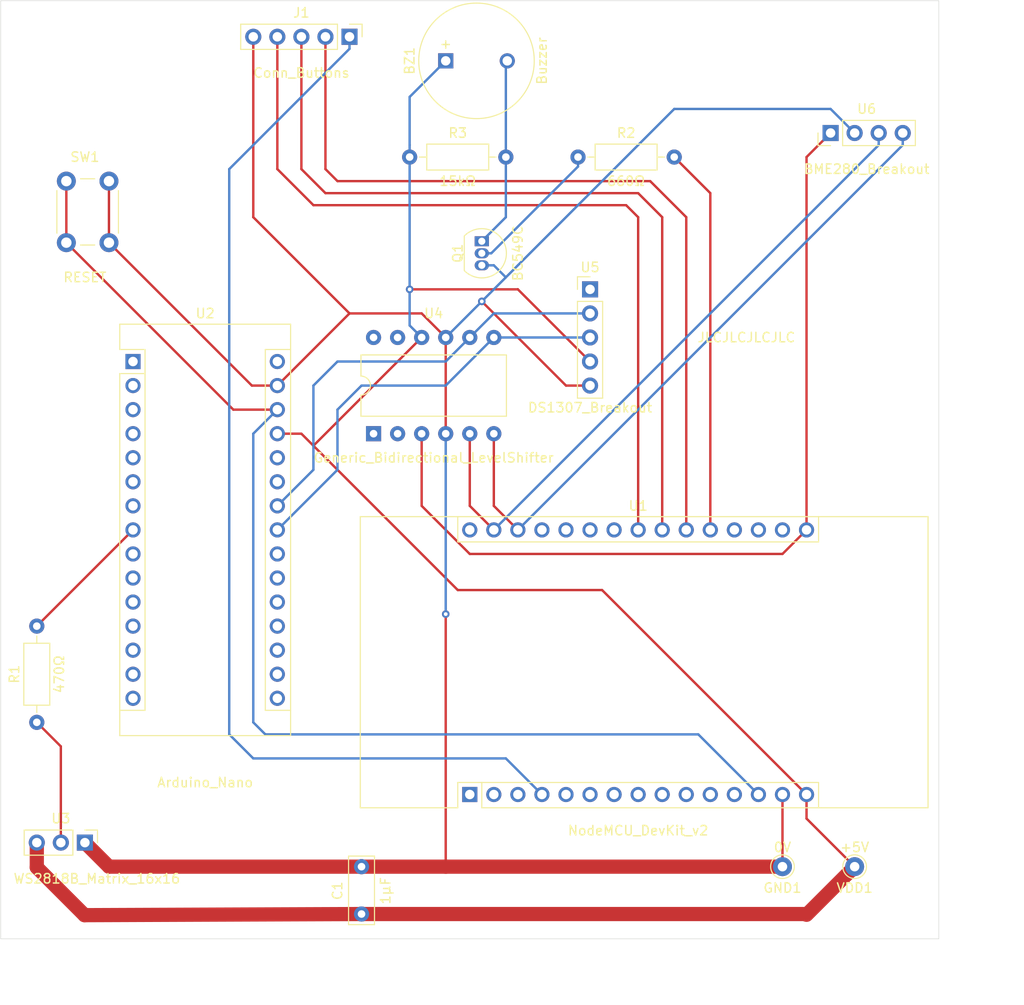
<source format=kicad_pcb>
(kicad_pcb (version 20171130) (host pcbnew 5.1.9)

  (general
    (thickness 1.6)
    (drawings 7)
    (tracks 117)
    (zones 0)
    (modules 16)
    (nets 66)
  )

  (page A4)
  (layers
    (0 F.Cu signal)
    (31 B.Cu signal)
    (32 B.Adhes user)
    (33 F.Adhes user)
    (34 B.Paste user)
    (35 F.Paste user)
    (36 B.SilkS user)
    (37 F.SilkS user)
    (38 B.Mask user)
    (39 F.Mask user)
    (40 Dwgs.User user)
    (41 Cmts.User user)
    (42 Eco1.User user)
    (43 Eco2.User user)
    (44 Edge.Cuts user)
    (45 Margin user)
    (46 B.CrtYd user)
    (47 F.CrtYd user)
    (48 B.Fab user)
    (49 F.Fab user)
  )

  (setup
    (last_trace_width 0.25)
    (trace_clearance 0.2)
    (zone_clearance 0.508)
    (zone_45_only no)
    (trace_min 0.2)
    (via_size 0.8)
    (via_drill 0.4)
    (via_min_size 0.4)
    (via_min_drill 0.3)
    (uvia_size 0.3)
    (uvia_drill 0.1)
    (uvias_allowed no)
    (uvia_min_size 0.2)
    (uvia_min_drill 0.1)
    (edge_width 0.05)
    (segment_width 0.2)
    (pcb_text_width 0.3)
    (pcb_text_size 1.5 1.5)
    (mod_edge_width 0.12)
    (mod_text_size 1 1)
    (mod_text_width 0.15)
    (pad_size 1.524 1.524)
    (pad_drill 0.762)
    (pad_to_mask_clearance 0)
    (aux_axis_origin 0 0)
    (visible_elements FFFFFF7F)
    (pcbplotparams
      (layerselection 0x010f0_ffffffff)
      (usegerberextensions false)
      (usegerberattributes true)
      (usegerberadvancedattributes true)
      (creategerberjobfile true)
      (excludeedgelayer true)
      (linewidth 0.100000)
      (plotframeref false)
      (viasonmask false)
      (mode 1)
      (useauxorigin false)
      (hpglpennumber 1)
      (hpglpenspeed 20)
      (hpglpendiameter 15.000000)
      (psnegative false)
      (psa4output false)
      (plotreference true)
      (plotvalue true)
      (plotinvisibletext false)
      (padsonsilk false)
      (subtractmaskfromsilk false)
      (outputformat 1)
      (mirror false)
      (drillshape 0)
      (scaleselection 1)
      (outputdirectory ""))
  )

  (net 0 "")
  (net 1 "Net-(BZ1-Pad2)")
  (net 2 +5V)
  (net 3 GND)
  (net 4 "Net-(J1-Pad4)")
  (net 5 "Net-(J1-Pad3)")
  (net 6 "Net-(J1-Pad2)")
  (net 7 "Net-(J1-Pad1)")
  (net 8 "Net-(Q1-Pad2)")
  (net 9 "Net-(R1-Pad2)")
  (net 10 "Net-(R1-Pad1)")
  (net 11 "Net-(R2-Pad1)")
  (net 12 "Net-(SW1-Pad2)")
  (net 13 "Net-(U1-Pad15)")
  (net 14 "Net-(U1-Pad29)")
  (net 15 "Net-(U1-Pad14)")
  (net 16 "Net-(U1-Pad28)")
  (net 17 "Net-(U1-Pad13)")
  (net 18 "Net-(U1-Pad27)")
  (net 19 "Net-(U1-Pad11)")
  (net 20 "Net-(U1-Pad10)")
  (net 21 "Net-(U1-Pad9)")
  (net 22 "Net-(U1-Pad8)")
  (net 23 "Net-(U1-Pad22)")
  (net 24 "Net-(U1-Pad7)")
  (net 25 "Net-(U1-Pad21)")
  (net 26 "Net-(U1-Pad6)")
  (net 27 "Net-(U1-Pad20)")
  (net 28 "Net-(U1-Pad5)")
  (net 29 "Net-(U1-Pad19)")
  (net 30 "Net-(U1-Pad4)")
  (net 31 "Net-(U1-Pad18)")
  (net 32 "Net-(U1-Pad17)")
  (net 33 "Net-(U1-Pad16)")
  (net 34 "Net-(U1-Pad30)")
  (net 35 "Net-(U2-Pad16)")
  (net 36 "Net-(U2-Pad15)")
  (net 37 "Net-(U2-Pad30)")
  (net 38 "Net-(U2-Pad14)")
  (net 39 "Net-(U2-Pad13)")
  (net 40 "Net-(U2-Pad12)")
  (net 41 "Net-(U2-Pad11)")
  (net 42 "Net-(U2-Pad26)")
  (net 43 "Net-(U2-Pad10)")
  (net 44 "Net-(U2-Pad25)")
  (net 45 "Net-(U2-Pad9)")
  (net 46 "Net-(U2-Pad24)")
  (net 47 "Net-(U2-Pad23)")
  (net 48 "Net-(U2-Pad7)")
  (net 49 "Net-(U2-Pad22)")
  (net 50 "Net-(U2-Pad6)")
  (net 51 "Net-(U2-Pad21)")
  (net 52 "Net-(U2-Pad5)")
  (net 53 "Net-(U2-Pad20)")
  (net 54 "Net-(U2-Pad4)")
  (net 55 "Net-(U2-Pad19)")
  (net 56 "Net-(U2-Pad3)")
  (net 57 "Net-(U2-Pad18)")
  (net 58 "Net-(U2-Pad2)")
  (net 59 "Net-(U2-Pad17)")
  (net 60 "Net-(U2-Pad1)")
  (net 61 "Net-(U4-Pad12)")
  (net 62 "Net-(U4-Pad11)")
  (net 63 "Net-(U4-Pad2)")
  (net 64 "Net-(U4-Pad1)")
  (net 65 "Net-(U5-Pad1)")

  (net_class Default "This is the default net class."
    (clearance 0.2)
    (trace_width 0.25)
    (via_dia 0.8)
    (via_drill 0.4)
    (uvia_dia 0.3)
    (uvia_drill 0.1)
    (add_net +5V)
    (add_net GND)
    (add_net "Net-(BZ1-Pad2)")
    (add_net "Net-(J1-Pad1)")
    (add_net "Net-(J1-Pad2)")
    (add_net "Net-(J1-Pad3)")
    (add_net "Net-(J1-Pad4)")
    (add_net "Net-(Q1-Pad2)")
    (add_net "Net-(R1-Pad1)")
    (add_net "Net-(R1-Pad2)")
    (add_net "Net-(R2-Pad1)")
    (add_net "Net-(SW1-Pad2)")
    (add_net "Net-(U1-Pad10)")
    (add_net "Net-(U1-Pad11)")
    (add_net "Net-(U1-Pad13)")
    (add_net "Net-(U1-Pad14)")
    (add_net "Net-(U1-Pad15)")
    (add_net "Net-(U1-Pad16)")
    (add_net "Net-(U1-Pad17)")
    (add_net "Net-(U1-Pad18)")
    (add_net "Net-(U1-Pad19)")
    (add_net "Net-(U1-Pad20)")
    (add_net "Net-(U1-Pad21)")
    (add_net "Net-(U1-Pad22)")
    (add_net "Net-(U1-Pad27)")
    (add_net "Net-(U1-Pad28)")
    (add_net "Net-(U1-Pad29)")
    (add_net "Net-(U1-Pad30)")
    (add_net "Net-(U1-Pad4)")
    (add_net "Net-(U1-Pad5)")
    (add_net "Net-(U1-Pad6)")
    (add_net "Net-(U1-Pad7)")
    (add_net "Net-(U1-Pad8)")
    (add_net "Net-(U1-Pad9)")
    (add_net "Net-(U2-Pad1)")
    (add_net "Net-(U2-Pad10)")
    (add_net "Net-(U2-Pad11)")
    (add_net "Net-(U2-Pad12)")
    (add_net "Net-(U2-Pad13)")
    (add_net "Net-(U2-Pad14)")
    (add_net "Net-(U2-Pad15)")
    (add_net "Net-(U2-Pad16)")
    (add_net "Net-(U2-Pad17)")
    (add_net "Net-(U2-Pad18)")
    (add_net "Net-(U2-Pad19)")
    (add_net "Net-(U2-Pad2)")
    (add_net "Net-(U2-Pad20)")
    (add_net "Net-(U2-Pad21)")
    (add_net "Net-(U2-Pad22)")
    (add_net "Net-(U2-Pad23)")
    (add_net "Net-(U2-Pad24)")
    (add_net "Net-(U2-Pad25)")
    (add_net "Net-(U2-Pad26)")
    (add_net "Net-(U2-Pad3)")
    (add_net "Net-(U2-Pad30)")
    (add_net "Net-(U2-Pad4)")
    (add_net "Net-(U2-Pad5)")
    (add_net "Net-(U2-Pad6)")
    (add_net "Net-(U2-Pad7)")
    (add_net "Net-(U2-Pad9)")
    (add_net "Net-(U4-Pad1)")
    (add_net "Net-(U4-Pad11)")
    (add_net "Net-(U4-Pad12)")
    (add_net "Net-(U4-Pad2)")
    (add_net "Net-(U5-Pad1)")
  )

  (module Connector_Pin:Pin_D1.0mm_L10.0mm (layer F.Cu) (tedit 5A1DC084) (tstamp 602C905E)
    (at 189.23 133.35)
    (descr "solder Pin_ diameter 1.0mm, hole diameter 1.0mm (press fit), length 10.0mm")
    (tags "solder Pin_ press fit")
    (path /606AD4BD)
    (fp_text reference VDD1 (at 0 2.25) (layer F.SilkS)
      (effects (font (size 1 1) (thickness 0.15)))
    )
    (fp_text value +5V (at 0 -2.05) (layer F.SilkS)
      (effects (font (size 1 1) (thickness 0.15)))
    )
    (fp_circle (center 0 0) (end 1.25 0.05) (layer F.SilkS) (width 0.12))
    (fp_circle (center 0 0) (end 1 0) (layer F.Fab) (width 0.12))
    (fp_circle (center 0 0) (end 0.5 0) (layer F.Fab) (width 0.12))
    (fp_circle (center 0 0) (end 1.5 0) (layer F.CrtYd) (width 0.05))
    (fp_text user %R (at 0 2.25) (layer F.Fab)
      (effects (font (size 1 1) (thickness 0.15)))
    )
    (pad 1 thru_hole circle (at 0 0) (size 2 2) (drill 1) (layers *.Cu *.Mask)
      (net 2 +5V))
    (model ${KISYS3DMOD}/Connector_Pin.3dshapes/Pin_D1.0mm_L10.0mm.wrl
      (at (xyz 0 0 0))
      (scale (xyz 1 1 1))
      (rotate (xyz 0 0 0))
    )
  )

  (module Connector_Pin:Pin_D1.0mm_L10.0mm (layer F.Cu) (tedit 5A1DC084) (tstamp 602C9034)
    (at 181.61 133.35)
    (descr "solder Pin_ diameter 1.0mm, hole diameter 1.0mm (press fit), length 10.0mm")
    (tags "solder Pin_ press fit")
    (path /606ACE9E)
    (fp_text reference GND1 (at 0 2.25) (layer F.SilkS)
      (effects (font (size 1 1) (thickness 0.15)))
    )
    (fp_text value 0V (at 0 -2.05) (layer F.SilkS)
      (effects (font (size 1 1) (thickness 0.15)))
    )
    (fp_circle (center 0 0) (end 1.25 0.05) (layer F.SilkS) (width 0.12))
    (fp_circle (center 0 0) (end 1 0) (layer F.Fab) (width 0.12))
    (fp_circle (center 0 0) (end 0.5 0) (layer F.Fab) (width 0.12))
    (fp_circle (center 0 0) (end 1.5 0) (layer F.CrtYd) (width 0.05))
    (fp_text user %R (at 0 2.25) (layer F.Fab)
      (effects (font (size 1 1) (thickness 0.15)))
    )
    (pad 1 thru_hole circle (at 0 0) (size 2 2) (drill 1) (layers *.Cu *.Mask)
      (net 3 GND))
    (model ${KISYS3DMOD}/Connector_Pin.3dshapes/Pin_D1.0mm_L10.0mm.wrl
      (at (xyz 0 0 0))
      (scale (xyz 1 1 1))
      (rotate (xyz 0 0 0))
    )
  )

  (module Connector_PinHeader_2.54mm:PinHeader_1x04_P2.54mm_Vertical (layer F.Cu) (tedit 59FED5CC) (tstamp 602C6E1F)
    (at 186.69 55.88 90)
    (descr "Through hole straight pin header, 1x04, 2.54mm pitch, single row")
    (tags "Through hole pin header THT 1x04 2.54mm single row")
    (path /6030E985)
    (fp_text reference U6 (at 2.54 3.81 180) (layer F.SilkS)
      (effects (font (size 1 1) (thickness 0.15)))
    )
    (fp_text value BME280_Breakout (at -3.81 3.81 180) (layer F.SilkS)
      (effects (font (size 1 1) (thickness 0.15)))
    )
    (fp_line (start -0.635 -1.27) (end 1.27 -1.27) (layer F.Fab) (width 0.1))
    (fp_line (start 1.27 -1.27) (end 1.27 8.89) (layer F.Fab) (width 0.1))
    (fp_line (start 1.27 8.89) (end -1.27 8.89) (layer F.Fab) (width 0.1))
    (fp_line (start -1.27 8.89) (end -1.27 -0.635) (layer F.Fab) (width 0.1))
    (fp_line (start -1.27 -0.635) (end -0.635 -1.27) (layer F.Fab) (width 0.1))
    (fp_line (start -1.33 8.95) (end 1.33 8.95) (layer F.SilkS) (width 0.12))
    (fp_line (start -1.33 1.27) (end -1.33 8.95) (layer F.SilkS) (width 0.12))
    (fp_line (start 1.33 1.27) (end 1.33 8.95) (layer F.SilkS) (width 0.12))
    (fp_line (start -1.33 1.27) (end 1.33 1.27) (layer F.SilkS) (width 0.12))
    (fp_line (start -1.33 0) (end -1.33 -1.33) (layer F.SilkS) (width 0.12))
    (fp_line (start -1.33 -1.33) (end 0 -1.33) (layer F.SilkS) (width 0.12))
    (fp_line (start -1.8 -1.8) (end -1.8 9.4) (layer F.CrtYd) (width 0.05))
    (fp_line (start -1.8 9.4) (end 1.8 9.4) (layer F.CrtYd) (width 0.05))
    (fp_line (start 1.8 9.4) (end 1.8 -1.8) (layer F.CrtYd) (width 0.05))
    (fp_line (start 1.8 -1.8) (end -1.8 -1.8) (layer F.CrtYd) (width 0.05))
    (fp_text user %R (at 0 3.81) (layer F.Fab)
      (effects (font (size 1 1) (thickness 0.15)))
    )
    (pad 4 thru_hole oval (at 0 7.62 90) (size 1.7 1.7) (drill 1) (layers *.Cu *.Mask)
      (net 31 "Net-(U1-Pad18)"))
    (pad 3 thru_hole oval (at 0 5.08 90) (size 1.7 1.7) (drill 1) (layers *.Cu *.Mask)
      (net 32 "Net-(U1-Pad17)"))
    (pad 2 thru_hole oval (at 0 2.54 90) (size 1.7 1.7) (drill 1) (layers *.Cu *.Mask)
      (net 3 GND))
    (pad 1 thru_hole rect (at 0 0 90) (size 1.7 1.7) (drill 1) (layers *.Cu *.Mask)
      (net 34 "Net-(U1-Pad30)"))
    (model ${KISYS3DMOD}/Connector_PinHeader_2.54mm.3dshapes/PinHeader_1x04_P2.54mm_Vertical.wrl
      (at (xyz 0 0 0))
      (scale (xyz 1 1 1))
      (rotate (xyz 0 0 0))
    )
  )

  (module Connector_PinHeader_2.54mm:PinHeader_1x05_P2.54mm_Vertical (layer F.Cu) (tedit 59FED5CC) (tstamp 602C6E07)
    (at 161.29 72.39)
    (descr "Through hole straight pin header, 1x05, 2.54mm pitch, single row")
    (tags "Through hole pin header THT 1x05 2.54mm single row")
    (path /6034219D)
    (fp_text reference U5 (at 0 -2.33) (layer F.SilkS)
      (effects (font (size 1 1) (thickness 0.15)))
    )
    (fp_text value DS1307_Breakout (at 0 12.49) (layer F.SilkS)
      (effects (font (size 1 1) (thickness 0.15)))
    )
    (fp_line (start -0.635 -1.27) (end 1.27 -1.27) (layer F.Fab) (width 0.1))
    (fp_line (start 1.27 -1.27) (end 1.27 11.43) (layer F.Fab) (width 0.1))
    (fp_line (start 1.27 11.43) (end -1.27 11.43) (layer F.Fab) (width 0.1))
    (fp_line (start -1.27 11.43) (end -1.27 -0.635) (layer F.Fab) (width 0.1))
    (fp_line (start -1.27 -0.635) (end -0.635 -1.27) (layer F.Fab) (width 0.1))
    (fp_line (start -1.33 11.49) (end 1.33 11.49) (layer F.SilkS) (width 0.12))
    (fp_line (start -1.33 1.27) (end -1.33 11.49) (layer F.SilkS) (width 0.12))
    (fp_line (start 1.33 1.27) (end 1.33 11.49) (layer F.SilkS) (width 0.12))
    (fp_line (start -1.33 1.27) (end 1.33 1.27) (layer F.SilkS) (width 0.12))
    (fp_line (start -1.33 0) (end -1.33 -1.33) (layer F.SilkS) (width 0.12))
    (fp_line (start -1.33 -1.33) (end 0 -1.33) (layer F.SilkS) (width 0.12))
    (fp_line (start -1.8 -1.8) (end -1.8 11.95) (layer F.CrtYd) (width 0.05))
    (fp_line (start -1.8 11.95) (end 1.8 11.95) (layer F.CrtYd) (width 0.05))
    (fp_line (start 1.8 11.95) (end 1.8 -1.8) (layer F.CrtYd) (width 0.05))
    (fp_line (start 1.8 -1.8) (end -1.8 -1.8) (layer F.CrtYd) (width 0.05))
    (fp_text user %R (at 0 5.08 90) (layer F.Fab)
      (effects (font (size 1 1) (thickness 0.15)))
    )
    (pad 5 thru_hole oval (at 0 10.16) (size 1.7 1.7) (drill 1) (layers *.Cu *.Mask)
      (net 3 GND))
    (pad 4 thru_hole oval (at 0 7.62) (size 1.7 1.7) (drill 1) (layers *.Cu *.Mask)
      (net 2 +5V))
    (pad 3 thru_hole oval (at 0 5.08) (size 1.7 1.7) (drill 1) (layers *.Cu *.Mask)
      (net 47 "Net-(U2-Pad23)"))
    (pad 2 thru_hole oval (at 0 2.54) (size 1.7 1.7) (drill 1) (layers *.Cu *.Mask)
      (net 46 "Net-(U2-Pad24)"))
    (pad 1 thru_hole rect (at 0 0) (size 1.7 1.7) (drill 1) (layers *.Cu *.Mask)
      (net 65 "Net-(U5-Pad1)"))
    (model ${KISYS3DMOD}/Connector_PinHeader_2.54mm.3dshapes/PinHeader_1x05_P2.54mm_Vertical.wrl
      (at (xyz 0 0 0))
      (scale (xyz 1 1 1))
      (rotate (xyz 0 0 0))
    )
  )

  (module Package_DIP:DIP-12_W10.16mm (layer F.Cu) (tedit 5A02E8C5) (tstamp 602C6DEE)
    (at 138.43 87.63 90)
    (descr "12-lead though-hole mounted DIP package, row spacing 10.16 mm (400 mils)")
    (tags "THT DIP DIL PDIP 2.54mm 10.16mm 400mil")
    (path /6030FF30)
    (fp_text reference U4 (at 12.7 6.35 180) (layer F.SilkS)
      (effects (font (size 1 1) (thickness 0.15)))
    )
    (fp_text value Generic_Bidirectional_LevelShifter (at -2.54 6.35 180) (layer F.SilkS)
      (effects (font (size 1 1) (thickness 0.15)))
    )
    (fp_line (start 2.905 -1.27) (end 8.255 -1.27) (layer F.Fab) (width 0.1))
    (fp_line (start 8.255 -1.27) (end 8.255 13.97) (layer F.Fab) (width 0.1))
    (fp_line (start 8.255 13.97) (end 1.905 13.97) (layer F.Fab) (width 0.1))
    (fp_line (start 1.905 13.97) (end 1.905 -0.27) (layer F.Fab) (width 0.1))
    (fp_line (start 1.905 -0.27) (end 2.905 -1.27) (layer F.Fab) (width 0.1))
    (fp_line (start 4.08 -1.33) (end 1.845 -1.33) (layer F.SilkS) (width 0.12))
    (fp_line (start 1.845 -1.33) (end 1.845 14.03) (layer F.SilkS) (width 0.12))
    (fp_line (start 1.845 14.03) (end 8.315 14.03) (layer F.SilkS) (width 0.12))
    (fp_line (start 8.315 14.03) (end 8.315 -1.33) (layer F.SilkS) (width 0.12))
    (fp_line (start 8.315 -1.33) (end 6.08 -1.33) (layer F.SilkS) (width 0.12))
    (fp_line (start -1.05 -1.55) (end -1.05 14.25) (layer F.CrtYd) (width 0.05))
    (fp_line (start -1.05 14.25) (end 11.25 14.25) (layer F.CrtYd) (width 0.05))
    (fp_line (start 11.25 14.25) (end 11.25 -1.55) (layer F.CrtYd) (width 0.05))
    (fp_line (start 11.25 -1.55) (end -1.05 -1.55) (layer F.CrtYd) (width 0.05))
    (fp_text user %R (at 5.08 6.35 180) (layer F.Fab)
      (effects (font (size 1 1) (thickness 0.15)))
    )
    (fp_arc (start 5.08 -1.33) (end 4.08 -1.33) (angle -180) (layer F.SilkS) (width 0.12))
    (pad 12 thru_hole oval (at 10.16 0 90) (size 1.6 1.6) (drill 0.8) (layers *.Cu *.Mask)
      (net 61 "Net-(U4-Pad12)"))
    (pad 6 thru_hole oval (at 0 12.7 90) (size 1.6 1.6) (drill 0.8) (layers *.Cu *.Mask)
      (net 31 "Net-(U1-Pad18)"))
    (pad 11 thru_hole oval (at 10.16 2.54 90) (size 1.6 1.6) (drill 0.8) (layers *.Cu *.Mask)
      (net 62 "Net-(U4-Pad11)"))
    (pad 5 thru_hole oval (at 0 10.16 90) (size 1.6 1.6) (drill 0.8) (layers *.Cu *.Mask)
      (net 32 "Net-(U1-Pad17)"))
    (pad 10 thru_hole oval (at 10.16 5.08 90) (size 1.6 1.6) (drill 0.8) (layers *.Cu *.Mask)
      (net 2 +5V))
    (pad 4 thru_hole oval (at 0 7.62 90) (size 1.6 1.6) (drill 0.8) (layers *.Cu *.Mask)
      (net 3 GND))
    (pad 9 thru_hole oval (at 10.16 7.62 90) (size 1.6 1.6) (drill 0.8) (layers *.Cu *.Mask)
      (net 3 GND))
    (pad 3 thru_hole oval (at 0 5.08 90) (size 1.6 1.6) (drill 0.8) (layers *.Cu *.Mask)
      (net 34 "Net-(U1-Pad30)"))
    (pad 8 thru_hole oval (at 10.16 10.16 90) (size 1.6 1.6) (drill 0.8) (layers *.Cu *.Mask)
      (net 46 "Net-(U2-Pad24)"))
    (pad 2 thru_hole oval (at 0 2.54 90) (size 1.6 1.6) (drill 0.8) (layers *.Cu *.Mask)
      (net 63 "Net-(U4-Pad2)"))
    (pad 7 thru_hole oval (at 10.16 12.7 90) (size 1.6 1.6) (drill 0.8) (layers *.Cu *.Mask)
      (net 47 "Net-(U2-Pad23)"))
    (pad 1 thru_hole rect (at 0 0 90) (size 1.6 1.6) (drill 0.8) (layers *.Cu *.Mask)
      (net 64 "Net-(U4-Pad1)"))
    (model ${KISYS3DMOD}/Package_DIP.3dshapes/DIP-12_W10.16mm.wrl
      (at (xyz 0 0 0))
      (scale (xyz 1 1 1))
      (rotate (xyz 0 0 0))
    )
  )

  (module Connector_PinHeader_2.54mm:PinHeader_1x03_P2.54mm_Vertical (layer F.Cu) (tedit 59FED5CC) (tstamp 602C7183)
    (at 107.95 130.81 270)
    (descr "Through hole straight pin header, 1x03, 2.54mm pitch, single row")
    (tags "Through hole pin header THT 1x03 2.54mm single row")
    (path /603B8365)
    (fp_text reference U3 (at -2.54 2.54 180) (layer F.SilkS)
      (effects (font (size 1 1) (thickness 0.15)))
    )
    (fp_text value WS2818B_Matrix_16x16 (at 3.81 -1.27 180) (layer F.SilkS)
      (effects (font (size 1 1) (thickness 0.15)))
    )
    (fp_line (start -0.635 -1.27) (end 1.27 -1.27) (layer F.Fab) (width 0.1))
    (fp_line (start 1.27 -1.27) (end 1.27 6.35) (layer F.Fab) (width 0.1))
    (fp_line (start 1.27 6.35) (end -1.27 6.35) (layer F.Fab) (width 0.1))
    (fp_line (start -1.27 6.35) (end -1.27 -0.635) (layer F.Fab) (width 0.1))
    (fp_line (start -1.27 -0.635) (end -0.635 -1.27) (layer F.Fab) (width 0.1))
    (fp_line (start -1.33 6.41) (end 1.33 6.41) (layer F.SilkS) (width 0.12))
    (fp_line (start -1.33 1.27) (end -1.33 6.41) (layer F.SilkS) (width 0.12))
    (fp_line (start 1.33 1.27) (end 1.33 6.41) (layer F.SilkS) (width 0.12))
    (fp_line (start -1.33 1.27) (end 1.33 1.27) (layer F.SilkS) (width 0.12))
    (fp_line (start -1.33 0) (end -1.33 -1.33) (layer F.SilkS) (width 0.12))
    (fp_line (start -1.33 -1.33) (end 0 -1.33) (layer F.SilkS) (width 0.12))
    (fp_line (start -1.8 -1.8) (end -1.8 6.85) (layer F.CrtYd) (width 0.05))
    (fp_line (start -1.8 6.85) (end 1.8 6.85) (layer F.CrtYd) (width 0.05))
    (fp_line (start 1.8 6.85) (end 1.8 -1.8) (layer F.CrtYd) (width 0.05))
    (fp_line (start 1.8 -1.8) (end -1.8 -1.8) (layer F.CrtYd) (width 0.05))
    (fp_text user %R (at 0 2.54) (layer F.Fab)
      (effects (font (size 1 1) (thickness 0.15)))
    )
    (pad 3 thru_hole oval (at 0 5.08 270) (size 1.7 1.7) (drill 1) (layers *.Cu *.Mask)
      (net 2 +5V))
    (pad 2 thru_hole oval (at 0 2.54 270) (size 1.7 1.7) (drill 1) (layers *.Cu *.Mask)
      (net 10 "Net-(R1-Pad1)"))
    (pad 1 thru_hole rect (at 0 0 270) (size 1.7 1.7) (drill 1) (layers *.Cu *.Mask)
      (net 3 GND))
    (model ${KISYS3DMOD}/Connector_PinHeader_2.54mm.3dshapes/PinHeader_1x03_P2.54mm_Vertical.wrl
      (at (xyz 0 0 0))
      (scale (xyz 1 1 1))
      (rotate (xyz 0 0 0))
    )
  )

  (module Module:Arduino_Nano (layer F.Cu) (tedit 58ACAF70) (tstamp 602C6DB7)
    (at 113.03 80.01)
    (descr "Arduino Nano, http://www.mouser.com/pdfdocs/Gravitech_Arduino_Nano3_0.pdf")
    (tags "Arduino Nano")
    (path /6030D120)
    (fp_text reference U2 (at 7.62 -5.08) (layer F.SilkS)
      (effects (font (size 1 1) (thickness 0.15)))
    )
    (fp_text value Arduino_Nano (at 7.62 44.45 180) (layer F.SilkS)
      (effects (font (size 1 1) (thickness 0.15)))
    )
    (fp_line (start 1.27 1.27) (end 1.27 -1.27) (layer F.SilkS) (width 0.12))
    (fp_line (start 1.27 -1.27) (end -1.4 -1.27) (layer F.SilkS) (width 0.12))
    (fp_line (start -1.4 1.27) (end -1.4 39.5) (layer F.SilkS) (width 0.12))
    (fp_line (start -1.4 -3.94) (end -1.4 -1.27) (layer F.SilkS) (width 0.12))
    (fp_line (start 13.97 -1.27) (end 16.64 -1.27) (layer F.SilkS) (width 0.12))
    (fp_line (start 13.97 -1.27) (end 13.97 36.83) (layer F.SilkS) (width 0.12))
    (fp_line (start 13.97 36.83) (end 16.64 36.83) (layer F.SilkS) (width 0.12))
    (fp_line (start 1.27 1.27) (end -1.4 1.27) (layer F.SilkS) (width 0.12))
    (fp_line (start 1.27 1.27) (end 1.27 36.83) (layer F.SilkS) (width 0.12))
    (fp_line (start 1.27 36.83) (end -1.4 36.83) (layer F.SilkS) (width 0.12))
    (fp_line (start 3.81 31.75) (end 11.43 31.75) (layer F.Fab) (width 0.1))
    (fp_line (start 11.43 31.75) (end 11.43 41.91) (layer F.Fab) (width 0.1))
    (fp_line (start 11.43 41.91) (end 3.81 41.91) (layer F.Fab) (width 0.1))
    (fp_line (start 3.81 41.91) (end 3.81 31.75) (layer F.Fab) (width 0.1))
    (fp_line (start -1.4 39.5) (end 16.64 39.5) (layer F.SilkS) (width 0.12))
    (fp_line (start 16.64 39.5) (end 16.64 -3.94) (layer F.SilkS) (width 0.12))
    (fp_line (start 16.64 -3.94) (end -1.4 -3.94) (layer F.SilkS) (width 0.12))
    (fp_line (start 16.51 39.37) (end -1.27 39.37) (layer F.Fab) (width 0.1))
    (fp_line (start -1.27 39.37) (end -1.27 -2.54) (layer F.Fab) (width 0.1))
    (fp_line (start -1.27 -2.54) (end 0 -3.81) (layer F.Fab) (width 0.1))
    (fp_line (start 0 -3.81) (end 16.51 -3.81) (layer F.Fab) (width 0.1))
    (fp_line (start 16.51 -3.81) (end 16.51 39.37) (layer F.Fab) (width 0.1))
    (fp_line (start -1.53 -4.06) (end 16.75 -4.06) (layer F.CrtYd) (width 0.05))
    (fp_line (start -1.53 -4.06) (end -1.53 42.16) (layer F.CrtYd) (width 0.05))
    (fp_line (start 16.75 42.16) (end 16.75 -4.06) (layer F.CrtYd) (width 0.05))
    (fp_line (start 16.75 42.16) (end -1.53 42.16) (layer F.CrtYd) (width 0.05))
    (fp_text user %R (at 7.62 17.78 180) (layer F.Fab)
      (effects (font (size 1 1) (thickness 0.15)))
    )
    (pad 16 thru_hole oval (at 15.24 35.56) (size 1.6 1.6) (drill 1) (layers *.Cu *.Mask)
      (net 35 "Net-(U2-Pad16)"))
    (pad 15 thru_hole oval (at 0 35.56) (size 1.6 1.6) (drill 1) (layers *.Cu *.Mask)
      (net 36 "Net-(U2-Pad15)"))
    (pad 30 thru_hole oval (at 15.24 0) (size 1.6 1.6) (drill 1) (layers *.Cu *.Mask)
      (net 37 "Net-(U2-Pad30)"))
    (pad 14 thru_hole oval (at 0 33.02) (size 1.6 1.6) (drill 1) (layers *.Cu *.Mask)
      (net 38 "Net-(U2-Pad14)"))
    (pad 29 thru_hole oval (at 15.24 2.54) (size 1.6 1.6) (drill 1) (layers *.Cu *.Mask)
      (net 3 GND))
    (pad 13 thru_hole oval (at 0 30.48) (size 1.6 1.6) (drill 1) (layers *.Cu *.Mask)
      (net 39 "Net-(U2-Pad13)"))
    (pad 28 thru_hole oval (at 15.24 5.08) (size 1.6 1.6) (drill 1) (layers *.Cu *.Mask)
      (net 12 "Net-(SW1-Pad2)"))
    (pad 12 thru_hole oval (at 0 27.94) (size 1.6 1.6) (drill 1) (layers *.Cu *.Mask)
      (net 40 "Net-(U2-Pad12)"))
    (pad 27 thru_hole oval (at 15.24 7.62) (size 1.6 1.6) (drill 1) (layers *.Cu *.Mask)
      (net 2 +5V))
    (pad 11 thru_hole oval (at 0 25.4) (size 1.6 1.6) (drill 1) (layers *.Cu *.Mask)
      (net 41 "Net-(U2-Pad11)"))
    (pad 26 thru_hole oval (at 15.24 10.16) (size 1.6 1.6) (drill 1) (layers *.Cu *.Mask)
      (net 42 "Net-(U2-Pad26)"))
    (pad 10 thru_hole oval (at 0 22.86) (size 1.6 1.6) (drill 1) (layers *.Cu *.Mask)
      (net 43 "Net-(U2-Pad10)"))
    (pad 25 thru_hole oval (at 15.24 12.7) (size 1.6 1.6) (drill 1) (layers *.Cu *.Mask)
      (net 44 "Net-(U2-Pad25)"))
    (pad 9 thru_hole oval (at 0 20.32) (size 1.6 1.6) (drill 1) (layers *.Cu *.Mask)
      (net 45 "Net-(U2-Pad9)"))
    (pad 24 thru_hole oval (at 15.24 15.24) (size 1.6 1.6) (drill 1) (layers *.Cu *.Mask)
      (net 46 "Net-(U2-Pad24)"))
    (pad 8 thru_hole oval (at 0 17.78) (size 1.6 1.6) (drill 1) (layers *.Cu *.Mask)
      (net 9 "Net-(R1-Pad2)"))
    (pad 23 thru_hole oval (at 15.24 17.78) (size 1.6 1.6) (drill 1) (layers *.Cu *.Mask)
      (net 47 "Net-(U2-Pad23)"))
    (pad 7 thru_hole oval (at 0 15.24) (size 1.6 1.6) (drill 1) (layers *.Cu *.Mask)
      (net 48 "Net-(U2-Pad7)"))
    (pad 22 thru_hole oval (at 15.24 20.32) (size 1.6 1.6) (drill 1) (layers *.Cu *.Mask)
      (net 49 "Net-(U2-Pad22)"))
    (pad 6 thru_hole oval (at 0 12.7) (size 1.6 1.6) (drill 1) (layers *.Cu *.Mask)
      (net 50 "Net-(U2-Pad6)"))
    (pad 21 thru_hole oval (at 15.24 22.86) (size 1.6 1.6) (drill 1) (layers *.Cu *.Mask)
      (net 51 "Net-(U2-Pad21)"))
    (pad 5 thru_hole oval (at 0 10.16) (size 1.6 1.6) (drill 1) (layers *.Cu *.Mask)
      (net 52 "Net-(U2-Pad5)"))
    (pad 20 thru_hole oval (at 15.24 25.4) (size 1.6 1.6) (drill 1) (layers *.Cu *.Mask)
      (net 53 "Net-(U2-Pad20)"))
    (pad 4 thru_hole oval (at 0 7.62) (size 1.6 1.6) (drill 1) (layers *.Cu *.Mask)
      (net 54 "Net-(U2-Pad4)"))
    (pad 19 thru_hole oval (at 15.24 27.94) (size 1.6 1.6) (drill 1) (layers *.Cu *.Mask)
      (net 55 "Net-(U2-Pad19)"))
    (pad 3 thru_hole oval (at 0 5.08) (size 1.6 1.6) (drill 1) (layers *.Cu *.Mask)
      (net 56 "Net-(U2-Pad3)"))
    (pad 18 thru_hole oval (at 15.24 30.48) (size 1.6 1.6) (drill 1) (layers *.Cu *.Mask)
      (net 57 "Net-(U2-Pad18)"))
    (pad 2 thru_hole oval (at 0 2.54) (size 1.6 1.6) (drill 1) (layers *.Cu *.Mask)
      (net 58 "Net-(U2-Pad2)"))
    (pad 17 thru_hole oval (at 15.24 33.02) (size 1.6 1.6) (drill 1) (layers *.Cu *.Mask)
      (net 59 "Net-(U2-Pad17)"))
    (pad 1 thru_hole rect (at 0 0) (size 1.6 1.6) (drill 1) (layers *.Cu *.Mask)
      (net 60 "Net-(U2-Pad1)"))
    (model ${KISYS3DMOD}/Module.3dshapes/Arduino_Nano_WithMountingHoles.wrl
      (at (xyz 0 0 0))
      (scale (xyz 1 1 1))
      (rotate (xyz 0 0 0))
    )
  )

  (module custom:NodeMCU_DevKit_v2 (layer F.Cu) (tedit 602BA3BA) (tstamp 602C7059)
    (at 148.59 125.73 90)
    (tags NodeMCU_DevKit_v2)
    (path /602B83B4)
    (fp_text reference U1 (at 30.48 17.78 180) (layer F.SilkS)
      (effects (font (size 1 1) (thickness 0.15)))
    )
    (fp_text value NodeMCU_DevKit_v2 (at -3.81 17.78) (layer F.SilkS)
      (effects (font (size 1 1) (thickness 0.15)))
    )
    (fp_line (start 29.45 48.51) (end -1.53 48.51) (layer F.CrtYd) (width 0.05))
    (fp_line (start 29.45 48.51) (end 29.45 -11.68) (layer F.CrtYd) (width 0.05))
    (fp_line (start -1.53 -11.68) (end -1.53 48.51) (layer F.CrtYd) (width 0.05))
    (fp_line (start -1.53 -11.68) (end 29.45 -11.68) (layer F.CrtYd) (width 0.05))
    (fp_line (start 29.21 -11.43) (end 29.21 48.26) (layer F.Fab) (width 0.1))
    (fp_line (start 0 -11.43) (end 29.21 -11.43) (layer F.Fab) (width 0.1))
    (fp_line (start -1.27 -10.16) (end 0 -11.43) (layer F.Fab) (width 0.1))
    (fp_line (start -1.27 48.26) (end -1.27 -10.16) (layer F.Fab) (width 0.1))
    (fp_line (start 29.21 48.26) (end -1.27 48.26) (layer F.Fab) (width 0.1))
    (fp_line (start 29.34 -11.56) (end -1.4 -11.56) (layer F.SilkS) (width 0.12))
    (fp_line (start 29.34 48.39) (end 29.34 -11.56) (layer F.SilkS) (width 0.12))
    (fp_line (start -1.4 48.39) (end 29.34 48.39) (layer F.SilkS) (width 0.12))
    (fp_line (start 10.16 48.26) (end 10.16 43.18) (layer F.Fab) (width 0.1))
    (fp_line (start 17.78 48.26) (end 10.16 48.26) (layer F.Fab) (width 0.1))
    (fp_line (start 17.78 43.18) (end 17.78 48.26) (layer F.Fab) (width 0.1))
    (fp_line (start 10.16 43.18) (end 17.78 43.18) (layer F.Fab) (width 0.1))
    (fp_line (start 1.27 36.83) (end -1.4 36.83) (layer F.SilkS) (width 0.12))
    (fp_line (start 1.27 1.27) (end 1.27 36.83) (layer F.SilkS) (width 0.12))
    (fp_line (start 1.27 1.27) (end -1.4 1.27) (layer F.SilkS) (width 0.12))
    (fp_line (start 26.67 36.83) (end 29.34 36.83) (layer F.SilkS) (width 0.12))
    (fp_line (start 26.67 -1.27) (end 26.67 36.83) (layer F.SilkS) (width 0.12))
    (fp_line (start 26.67 -1.27) (end 29.34 -1.27) (layer F.SilkS) (width 0.12))
    (fp_line (start -1.4 -11.56) (end -1.4 -1.27) (layer F.SilkS) (width 0.12))
    (fp_line (start -1.4 1.27) (end -1.4 48.39) (layer F.SilkS) (width 0.12))
    (fp_line (start 1.27 -1.27) (end -1.4 -1.27) (layer F.SilkS) (width 0.12))
    (fp_line (start 1.27 1.27) (end 1.27 -1.27) (layer F.SilkS) (width 0.12))
    (fp_text user %R (at 13.97 17.78) (layer F.Fab)
      (effects (font (size 1 1) (thickness 0.15)))
    )
    (pad 15 thru_hole rect (at 0 0 90) (size 1.6 1.6) (drill 1) (layers *.Cu *.Mask)
      (net 13 "Net-(U1-Pad15)"))
    (pad 29 thru_hole oval (at 27.94 33.02 90) (size 1.6 1.6) (drill 1) (layers *.Cu *.Mask)
      (net 14 "Net-(U1-Pad29)"))
    (pad 14 thru_hole oval (at 0 2.54 90) (size 1.6 1.6) (drill 1) (layers *.Cu *.Mask)
      (net 15 "Net-(U1-Pad14)"))
    (pad 28 thru_hole oval (at 27.94 30.48 90) (size 1.6 1.6) (drill 1) (layers *.Cu *.Mask)
      (net 16 "Net-(U1-Pad28)"))
    (pad 13 thru_hole oval (at 0 5.08 90) (size 1.6 1.6) (drill 1) (layers *.Cu *.Mask)
      (net 17 "Net-(U1-Pad13)"))
    (pad 27 thru_hole oval (at 27.94 27.94 90) (size 1.6 1.6) (drill 1) (layers *.Cu *.Mask)
      (net 18 "Net-(U1-Pad27)"))
    (pad 12 thru_hole oval (at 0 7.62 90) (size 1.6 1.6) (drill 1) (layers *.Cu *.Mask)
      (net 7 "Net-(J1-Pad1)"))
    (pad 26 thru_hole oval (at 27.94 25.4 90) (size 1.6 1.6) (drill 1) (layers *.Cu *.Mask)
      (net 11 "Net-(R2-Pad1)"))
    (pad 11 thru_hole oval (at 0 10.16 90) (size 1.6 1.6) (drill 1) (layers *.Cu *.Mask)
      (net 19 "Net-(U1-Pad11)"))
    (pad 25 thru_hole oval (at 27.94 22.86 90) (size 1.6 1.6) (drill 1) (layers *.Cu *.Mask)
      (net 6 "Net-(J1-Pad2)"))
    (pad 10 thru_hole oval (at 0 12.7 90) (size 1.6 1.6) (drill 1) (layers *.Cu *.Mask)
      (net 20 "Net-(U1-Pad10)"))
    (pad 24 thru_hole oval (at 27.94 20.32 90) (size 1.6 1.6) (drill 1) (layers *.Cu *.Mask)
      (net 5 "Net-(J1-Pad3)"))
    (pad 9 thru_hole oval (at 0 15.24 90) (size 1.6 1.6) (drill 1) (layers *.Cu *.Mask)
      (net 21 "Net-(U1-Pad9)"))
    (pad 23 thru_hole oval (at 27.94 17.78 90) (size 1.6 1.6) (drill 1) (layers *.Cu *.Mask)
      (net 4 "Net-(J1-Pad4)"))
    (pad 8 thru_hole oval (at 0 17.78 90) (size 1.6 1.6) (drill 1) (layers *.Cu *.Mask)
      (net 22 "Net-(U1-Pad8)"))
    (pad 22 thru_hole oval (at 27.94 15.24 90) (size 1.6 1.6) (drill 1) (layers *.Cu *.Mask)
      (net 23 "Net-(U1-Pad22)"))
    (pad 7 thru_hole oval (at 0 20.32 90) (size 1.6 1.6) (drill 1) (layers *.Cu *.Mask)
      (net 24 "Net-(U1-Pad7)"))
    (pad 21 thru_hole oval (at 27.94 12.7 90) (size 1.6 1.6) (drill 1) (layers *.Cu *.Mask)
      (net 25 "Net-(U1-Pad21)"))
    (pad 6 thru_hole oval (at 0 22.86 90) (size 1.6 1.6) (drill 1) (layers *.Cu *.Mask)
      (net 26 "Net-(U1-Pad6)"))
    (pad 20 thru_hole oval (at 27.94 10.16 90) (size 1.6 1.6) (drill 1) (layers *.Cu *.Mask)
      (net 27 "Net-(U1-Pad20)"))
    (pad 5 thru_hole oval (at 0 25.4 90) (size 1.6 1.6) (drill 1) (layers *.Cu *.Mask)
      (net 28 "Net-(U1-Pad5)"))
    (pad 19 thru_hole oval (at 27.94 7.62 90) (size 1.6 1.6) (drill 1) (layers *.Cu *.Mask)
      (net 29 "Net-(U1-Pad19)"))
    (pad 4 thru_hole oval (at 0 27.94 90) (size 1.6 1.6) (drill 1) (layers *.Cu *.Mask)
      (net 30 "Net-(U1-Pad4)"))
    (pad 18 thru_hole oval (at 27.94 5.08 90) (size 1.6 1.6) (drill 1) (layers *.Cu *.Mask)
      (net 31 "Net-(U1-Pad18)"))
    (pad 3 thru_hole oval (at 0 30.48 90) (size 1.6 1.6) (drill 1) (layers *.Cu *.Mask)
      (net 12 "Net-(SW1-Pad2)"))
    (pad 17 thru_hole oval (at 27.94 2.54 90) (size 1.6 1.6) (drill 1) (layers *.Cu *.Mask)
      (net 32 "Net-(U1-Pad17)"))
    (pad 2 thru_hole oval (at 0 33.02 90) (size 1.6 1.6) (drill 1) (layers *.Cu *.Mask)
      (net 3 GND))
    (pad 16 thru_hole oval (at 27.94 0 90) (size 1.6 1.6) (drill 1) (layers *.Cu *.Mask)
      (net 33 "Net-(U1-Pad16)"))
    (pad 1 thru_hole oval (at 0 35.56 90) (size 1.6 1.6) (drill 1) (layers *.Cu *.Mask)
      (net 2 +5V))
    (pad 30 thru_hole oval (at 27.94 35.56 90) (size 1.6 1.6) (drill 1) (layers *.Cu *.Mask)
      (net 34 "Net-(U1-Pad30)"))
    (model ${KISYS3DMOD}/Module.3dshapes/Arduino_Nano_WithMountingHoles.wrl
      (at (xyz 0 0 0))
      (scale (xyz 1 1 1))
      (rotate (xyz 0 0 0))
    )
  )

  (module Button_Switch_THT:SW_PUSH_6mm (layer F.Cu) (tedit 5A02FE31) (tstamp 602C6D3D)
    (at 110.49 60.96 270)
    (descr https://www.omron.com/ecb/products/pdf/en-b3f.pdf)
    (tags "tact sw push 6mm")
    (path /604FEC3B)
    (fp_text reference SW1 (at -2.54 2.54 180) (layer F.SilkS)
      (effects (font (size 1 1) (thickness 0.15)))
    )
    (fp_text value RESET (at 10.16 2.54 180) (layer F.SilkS)
      (effects (font (size 1 1) (thickness 0.15)))
    )
    (fp_line (start 3.25 -0.75) (end 6.25 -0.75) (layer F.Fab) (width 0.1))
    (fp_line (start 6.25 -0.75) (end 6.25 5.25) (layer F.Fab) (width 0.1))
    (fp_line (start 6.25 5.25) (end 0.25 5.25) (layer F.Fab) (width 0.1))
    (fp_line (start 0.25 5.25) (end 0.25 -0.75) (layer F.Fab) (width 0.1))
    (fp_line (start 0.25 -0.75) (end 3.25 -0.75) (layer F.Fab) (width 0.1))
    (fp_line (start 7.75 6) (end 8 6) (layer F.CrtYd) (width 0.05))
    (fp_line (start 8 6) (end 8 5.75) (layer F.CrtYd) (width 0.05))
    (fp_line (start 7.75 -1.5) (end 8 -1.5) (layer F.CrtYd) (width 0.05))
    (fp_line (start 8 -1.5) (end 8 -1.25) (layer F.CrtYd) (width 0.05))
    (fp_line (start -1.5 -1.25) (end -1.5 -1.5) (layer F.CrtYd) (width 0.05))
    (fp_line (start -1.5 -1.5) (end -1.25 -1.5) (layer F.CrtYd) (width 0.05))
    (fp_line (start -1.5 5.75) (end -1.5 6) (layer F.CrtYd) (width 0.05))
    (fp_line (start -1.5 6) (end -1.25 6) (layer F.CrtYd) (width 0.05))
    (fp_line (start -1.25 -1.5) (end 7.75 -1.5) (layer F.CrtYd) (width 0.05))
    (fp_line (start -1.5 5.75) (end -1.5 -1.25) (layer F.CrtYd) (width 0.05))
    (fp_line (start 7.75 6) (end -1.25 6) (layer F.CrtYd) (width 0.05))
    (fp_line (start 8 -1.25) (end 8 5.75) (layer F.CrtYd) (width 0.05))
    (fp_line (start 1 5.5) (end 5.5 5.5) (layer F.SilkS) (width 0.12))
    (fp_line (start -0.25 1.5) (end -0.25 3) (layer F.SilkS) (width 0.12))
    (fp_line (start 5.5 -1) (end 1 -1) (layer F.SilkS) (width 0.12))
    (fp_line (start 6.75 3) (end 6.75 1.5) (layer F.SilkS) (width 0.12))
    (fp_circle (center 3.25 2.25) (end 1.25 2.5) (layer F.Fab) (width 0.1))
    (fp_text user %R (at 3.25 2.25 90) (layer F.Fab)
      (effects (font (size 1 1) (thickness 0.15)))
    )
    (pad 1 thru_hole circle (at 6.5 0) (size 2 2) (drill 1.1) (layers *.Cu *.Mask)
      (net 3 GND))
    (pad 2 thru_hole circle (at 6.5 4.5) (size 2 2) (drill 1.1) (layers *.Cu *.Mask)
      (net 12 "Net-(SW1-Pad2)"))
    (pad 1 thru_hole circle (at 0 0) (size 2 2) (drill 1.1) (layers *.Cu *.Mask)
      (net 3 GND))
    (pad 2 thru_hole circle (at 0 4.5) (size 2 2) (drill 1.1) (layers *.Cu *.Mask)
      (net 12 "Net-(SW1-Pad2)"))
    (model ${KISYS3DMOD}/Button_Switch_THT.3dshapes/SW_PUSH_6mm.wrl
      (at (xyz 0 0 0))
      (scale (xyz 1 1 1))
      (rotate (xyz 0 0 0))
    )
  )

  (module Resistor_THT:R_Axial_DIN0207_L6.3mm_D2.5mm_P10.16mm_Horizontal (layer F.Cu) (tedit 5AE5139B) (tstamp 602C6D1E)
    (at 152.4 58.42 180)
    (descr "Resistor, Axial_DIN0207 series, Axial, Horizontal, pin pitch=10.16mm, 0.25W = 1/4W, length*diameter=6.3*2.5mm^2, http://cdn-reichelt.de/documents/datenblatt/B400/1_4W%23YAG.pdf")
    (tags "Resistor Axial_DIN0207 series Axial Horizontal pin pitch 10.16mm 0.25W = 1/4W length 6.3mm diameter 2.5mm")
    (path /60383170)
    (fp_text reference R3 (at 5.08 2.54) (layer F.SilkS)
      (effects (font (size 1 1) (thickness 0.15)))
    )
    (fp_text value 15kΩ (at 5.08 -2.54) (layer F.SilkS)
      (effects (font (size 1 1) (thickness 0.15)))
    )
    (fp_line (start 1.93 -1.25) (end 1.93 1.25) (layer F.Fab) (width 0.1))
    (fp_line (start 1.93 1.25) (end 8.23 1.25) (layer F.Fab) (width 0.1))
    (fp_line (start 8.23 1.25) (end 8.23 -1.25) (layer F.Fab) (width 0.1))
    (fp_line (start 8.23 -1.25) (end 1.93 -1.25) (layer F.Fab) (width 0.1))
    (fp_line (start 0 0) (end 1.93 0) (layer F.Fab) (width 0.1))
    (fp_line (start 10.16 0) (end 8.23 0) (layer F.Fab) (width 0.1))
    (fp_line (start 1.81 -1.37) (end 1.81 1.37) (layer F.SilkS) (width 0.12))
    (fp_line (start 1.81 1.37) (end 8.35 1.37) (layer F.SilkS) (width 0.12))
    (fp_line (start 8.35 1.37) (end 8.35 -1.37) (layer F.SilkS) (width 0.12))
    (fp_line (start 8.35 -1.37) (end 1.81 -1.37) (layer F.SilkS) (width 0.12))
    (fp_line (start 1.04 0) (end 1.81 0) (layer F.SilkS) (width 0.12))
    (fp_line (start 9.12 0) (end 8.35 0) (layer F.SilkS) (width 0.12))
    (fp_line (start -1.05 -1.5) (end -1.05 1.5) (layer F.CrtYd) (width 0.05))
    (fp_line (start -1.05 1.5) (end 11.21 1.5) (layer F.CrtYd) (width 0.05))
    (fp_line (start 11.21 1.5) (end 11.21 -1.5) (layer F.CrtYd) (width 0.05))
    (fp_line (start 11.21 -1.5) (end -1.05 -1.5) (layer F.CrtYd) (width 0.05))
    (fp_text user %R (at 5.08 0) (layer F.Fab)
      (effects (font (size 1 1) (thickness 0.15)))
    )
    (pad 2 thru_hole oval (at 10.16 0 180) (size 1.6 1.6) (drill 0.8) (layers *.Cu *.Mask)
      (net 2 +5V))
    (pad 1 thru_hole circle (at 0 0 180) (size 1.6 1.6) (drill 0.8) (layers *.Cu *.Mask)
      (net 1 "Net-(BZ1-Pad2)"))
    (model ${KISYS3DMOD}/Resistor_THT.3dshapes/R_Axial_DIN0207_L6.3mm_D2.5mm_P10.16mm_Horizontal.wrl
      (at (xyz 0 0 0))
      (scale (xyz 1 1 1))
      (rotate (xyz 0 0 0))
    )
  )

  (module Resistor_THT:R_Axial_DIN0207_L6.3mm_D2.5mm_P10.16mm_Horizontal (layer F.Cu) (tedit 5AE5139B) (tstamp 602C6D07)
    (at 170.18 58.42 180)
    (descr "Resistor, Axial_DIN0207 series, Axial, Horizontal, pin pitch=10.16mm, 0.25W = 1/4W, length*diameter=6.3*2.5mm^2, http://cdn-reichelt.de/documents/datenblatt/B400/1_4W%23YAG.pdf")
    (tags "Resistor Axial_DIN0207 series Axial Horizontal pin pitch 10.16mm 0.25W = 1/4W length 6.3mm diameter 2.5mm")
    (path /60383C71)
    (fp_text reference R2 (at 5.08 2.54) (layer F.SilkS)
      (effects (font (size 1 1) (thickness 0.15)))
    )
    (fp_text value 660Ω (at 5.08 -2.54) (layer F.SilkS)
      (effects (font (size 1 1) (thickness 0.15)))
    )
    (fp_line (start 1.93 -1.25) (end 1.93 1.25) (layer F.Fab) (width 0.1))
    (fp_line (start 1.93 1.25) (end 8.23 1.25) (layer F.Fab) (width 0.1))
    (fp_line (start 8.23 1.25) (end 8.23 -1.25) (layer F.Fab) (width 0.1))
    (fp_line (start 8.23 -1.25) (end 1.93 -1.25) (layer F.Fab) (width 0.1))
    (fp_line (start 0 0) (end 1.93 0) (layer F.Fab) (width 0.1))
    (fp_line (start 10.16 0) (end 8.23 0) (layer F.Fab) (width 0.1))
    (fp_line (start 1.81 -1.37) (end 1.81 1.37) (layer F.SilkS) (width 0.12))
    (fp_line (start 1.81 1.37) (end 8.35 1.37) (layer F.SilkS) (width 0.12))
    (fp_line (start 8.35 1.37) (end 8.35 -1.37) (layer F.SilkS) (width 0.12))
    (fp_line (start 8.35 -1.37) (end 1.81 -1.37) (layer F.SilkS) (width 0.12))
    (fp_line (start 1.04 0) (end 1.81 0) (layer F.SilkS) (width 0.12))
    (fp_line (start 9.12 0) (end 8.35 0) (layer F.SilkS) (width 0.12))
    (fp_line (start -1.05 -1.5) (end -1.05 1.5) (layer F.CrtYd) (width 0.05))
    (fp_line (start -1.05 1.5) (end 11.21 1.5) (layer F.CrtYd) (width 0.05))
    (fp_line (start 11.21 1.5) (end 11.21 -1.5) (layer F.CrtYd) (width 0.05))
    (fp_line (start 11.21 -1.5) (end -1.05 -1.5) (layer F.CrtYd) (width 0.05))
    (fp_text user %R (at 5.08 0) (layer F.Fab)
      (effects (font (size 1 1) (thickness 0.15)))
    )
    (pad 2 thru_hole oval (at 10.16 0 180) (size 1.6 1.6) (drill 0.8) (layers *.Cu *.Mask)
      (net 8 "Net-(Q1-Pad2)"))
    (pad 1 thru_hole circle (at 0 0 180) (size 1.6 1.6) (drill 0.8) (layers *.Cu *.Mask)
      (net 11 "Net-(R2-Pad1)"))
    (model ${KISYS3DMOD}/Resistor_THT.3dshapes/R_Axial_DIN0207_L6.3mm_D2.5mm_P10.16mm_Horizontal.wrl
      (at (xyz 0 0 0))
      (scale (xyz 1 1 1))
      (rotate (xyz 0 0 0))
    )
  )

  (module Resistor_THT:R_Axial_DIN0207_L6.3mm_D2.5mm_P10.16mm_Horizontal (layer F.Cu) (tedit 5AE5139B) (tstamp 602C6CF0)
    (at 102.87 118.11 90)
    (descr "Resistor, Axial_DIN0207 series, Axial, Horizontal, pin pitch=10.16mm, 0.25W = 1/4W, length*diameter=6.3*2.5mm^2, http://cdn-reichelt.de/documents/datenblatt/B400/1_4W%23YAG.pdf")
    (tags "Resistor Axial_DIN0207 series Axial Horizontal pin pitch 10.16mm 0.25W = 1/4W length 6.3mm diameter 2.5mm")
    (path /603CA427)
    (fp_text reference R1 (at 5.08 -2.37 90) (layer F.SilkS)
      (effects (font (size 1 1) (thickness 0.15)))
    )
    (fp_text value 470Ω (at 5.08 2.37 90) (layer F.SilkS)
      (effects (font (size 1 1) (thickness 0.15)))
    )
    (fp_line (start 1.93 -1.25) (end 1.93 1.25) (layer F.Fab) (width 0.1))
    (fp_line (start 1.93 1.25) (end 8.23 1.25) (layer F.Fab) (width 0.1))
    (fp_line (start 8.23 1.25) (end 8.23 -1.25) (layer F.Fab) (width 0.1))
    (fp_line (start 8.23 -1.25) (end 1.93 -1.25) (layer F.Fab) (width 0.1))
    (fp_line (start 0 0) (end 1.93 0) (layer F.Fab) (width 0.1))
    (fp_line (start 10.16 0) (end 8.23 0) (layer F.Fab) (width 0.1))
    (fp_line (start 1.81 -1.37) (end 1.81 1.37) (layer F.SilkS) (width 0.12))
    (fp_line (start 1.81 1.37) (end 8.35 1.37) (layer F.SilkS) (width 0.12))
    (fp_line (start 8.35 1.37) (end 8.35 -1.37) (layer F.SilkS) (width 0.12))
    (fp_line (start 8.35 -1.37) (end 1.81 -1.37) (layer F.SilkS) (width 0.12))
    (fp_line (start 1.04 0) (end 1.81 0) (layer F.SilkS) (width 0.12))
    (fp_line (start 9.12 0) (end 8.35 0) (layer F.SilkS) (width 0.12))
    (fp_line (start -1.05 -1.5) (end -1.05 1.5) (layer F.CrtYd) (width 0.05))
    (fp_line (start -1.05 1.5) (end 11.21 1.5) (layer F.CrtYd) (width 0.05))
    (fp_line (start 11.21 1.5) (end 11.21 -1.5) (layer F.CrtYd) (width 0.05))
    (fp_line (start 11.21 -1.5) (end -1.05 -1.5) (layer F.CrtYd) (width 0.05))
    (fp_text user %R (at 5.08 0 90) (layer F.Fab)
      (effects (font (size 1 1) (thickness 0.15)))
    )
    (pad 2 thru_hole oval (at 10.16 0 90) (size 1.6 1.6) (drill 0.8) (layers *.Cu *.Mask)
      (net 9 "Net-(R1-Pad2)"))
    (pad 1 thru_hole circle (at 0 0 90) (size 1.6 1.6) (drill 0.8) (layers *.Cu *.Mask)
      (net 10 "Net-(R1-Pad1)"))
    (model ${KISYS3DMOD}/Resistor_THT.3dshapes/R_Axial_DIN0207_L6.3mm_D2.5mm_P10.16mm_Horizontal.wrl
      (at (xyz 0 0 0))
      (scale (xyz 1 1 1))
      (rotate (xyz 0 0 0))
    )
  )

  (module Package_TO_SOT_THT:TO-92_Inline (layer F.Cu) (tedit 5A1DD157) (tstamp 602C6CD9)
    (at 149.86 67.31 270)
    (descr "TO-92 leads in-line, narrow, oval pads, drill 0.75mm (see NXP sot054_po.pdf)")
    (tags "to-92 sc-43 sc-43a sot54 PA33 transistor")
    (path /60384DAC)
    (fp_text reference Q1 (at 1.27 2.54 90) (layer F.SilkS)
      (effects (font (size 1 1) (thickness 0.15)))
    )
    (fp_text value BC549C (at 1.27 -3.81 90) (layer F.SilkS)
      (effects (font (size 1 1) (thickness 0.15)))
    )
    (fp_line (start -0.53 1.85) (end 3.07 1.85) (layer F.SilkS) (width 0.12))
    (fp_line (start -0.5 1.75) (end 3 1.75) (layer F.Fab) (width 0.1))
    (fp_line (start -1.46 -2.73) (end 4 -2.73) (layer F.CrtYd) (width 0.05))
    (fp_line (start -1.46 -2.73) (end -1.46 2.01) (layer F.CrtYd) (width 0.05))
    (fp_line (start 4 2.01) (end 4 -2.73) (layer F.CrtYd) (width 0.05))
    (fp_line (start 4 2.01) (end -1.46 2.01) (layer F.CrtYd) (width 0.05))
    (fp_arc (start 1.27 0) (end 1.27 -2.6) (angle 135) (layer F.SilkS) (width 0.12))
    (fp_arc (start 1.27 0) (end 1.27 -2.48) (angle -135) (layer F.Fab) (width 0.1))
    (fp_arc (start 1.27 0) (end 1.27 -2.6) (angle -135) (layer F.SilkS) (width 0.12))
    (fp_arc (start 1.27 0) (end 1.27 -2.48) (angle 135) (layer F.Fab) (width 0.1))
    (fp_text user %R (at 1.27 0 90) (layer F.Fab)
      (effects (font (size 1 1) (thickness 0.15)))
    )
    (pad 1 thru_hole rect (at 0 0 270) (size 1.05 1.5) (drill 0.75) (layers *.Cu *.Mask)
      (net 1 "Net-(BZ1-Pad2)"))
    (pad 3 thru_hole oval (at 2.54 0 270) (size 1.05 1.5) (drill 0.75) (layers *.Cu *.Mask)
      (net 3 GND))
    (pad 2 thru_hole oval (at 1.27 0 270) (size 1.05 1.5) (drill 0.75) (layers *.Cu *.Mask)
      (net 8 "Net-(Q1-Pad2)"))
    (model ${KISYS3DMOD}/Package_TO_SOT_THT.3dshapes/TO-92_Inline.wrl
      (at (xyz 0 0 0))
      (scale (xyz 1 1 1))
      (rotate (xyz 0 0 0))
    )
  )

  (module Connector_PinHeader_2.54mm:PinHeader_1x05_P2.54mm_Vertical (layer F.Cu) (tedit 59FED5CC) (tstamp 602C6CC7)
    (at 135.89 45.72 270)
    (descr "Through hole straight pin header, 1x05, 2.54mm pitch, single row")
    (tags "Through hole pin header THT 1x05 2.54mm single row")
    (path /60672AA5)
    (fp_text reference J1 (at -2.54 5.08 180) (layer F.SilkS)
      (effects (font (size 1 1) (thickness 0.15)))
    )
    (fp_text value Conn_Buttons (at 3.81 5.08 180) (layer F.SilkS)
      (effects (font (size 1 1) (thickness 0.15)))
    )
    (fp_line (start -0.635 -1.27) (end 1.27 -1.27) (layer F.Fab) (width 0.1))
    (fp_line (start 1.27 -1.27) (end 1.27 11.43) (layer F.Fab) (width 0.1))
    (fp_line (start 1.27 11.43) (end -1.27 11.43) (layer F.Fab) (width 0.1))
    (fp_line (start -1.27 11.43) (end -1.27 -0.635) (layer F.Fab) (width 0.1))
    (fp_line (start -1.27 -0.635) (end -0.635 -1.27) (layer F.Fab) (width 0.1))
    (fp_line (start -1.33 11.49) (end 1.33 11.49) (layer F.SilkS) (width 0.12))
    (fp_line (start -1.33 1.27) (end -1.33 11.49) (layer F.SilkS) (width 0.12))
    (fp_line (start 1.33 1.27) (end 1.33 11.49) (layer F.SilkS) (width 0.12))
    (fp_line (start -1.33 1.27) (end 1.33 1.27) (layer F.SilkS) (width 0.12))
    (fp_line (start -1.33 0) (end -1.33 -1.33) (layer F.SilkS) (width 0.12))
    (fp_line (start -1.33 -1.33) (end 0 -1.33) (layer F.SilkS) (width 0.12))
    (fp_line (start -1.8 -1.8) (end -1.8 11.95) (layer F.CrtYd) (width 0.05))
    (fp_line (start -1.8 11.95) (end 1.8 11.95) (layer F.CrtYd) (width 0.05))
    (fp_line (start 1.8 11.95) (end 1.8 -1.8) (layer F.CrtYd) (width 0.05))
    (fp_line (start 1.8 -1.8) (end -1.8 -1.8) (layer F.CrtYd) (width 0.05))
    (fp_text user %R (at 0 5.08) (layer F.Fab)
      (effects (font (size 1 1) (thickness 0.15)))
    )
    (pad 5 thru_hole oval (at 0 10.16 270) (size 1.7 1.7) (drill 1) (layers *.Cu *.Mask)
      (net 3 GND))
    (pad 4 thru_hole oval (at 0 7.62 270) (size 1.7 1.7) (drill 1) (layers *.Cu *.Mask)
      (net 4 "Net-(J1-Pad4)"))
    (pad 3 thru_hole oval (at 0 5.08 270) (size 1.7 1.7) (drill 1) (layers *.Cu *.Mask)
      (net 5 "Net-(J1-Pad3)"))
    (pad 2 thru_hole oval (at 0 2.54 270) (size 1.7 1.7) (drill 1) (layers *.Cu *.Mask)
      (net 6 "Net-(J1-Pad2)"))
    (pad 1 thru_hole rect (at 0 0 270) (size 1.7 1.7) (drill 1) (layers *.Cu *.Mask)
      (net 7 "Net-(J1-Pad1)"))
    (model ${KISYS3DMOD}/Connector_PinHeader_2.54mm.3dshapes/PinHeader_1x05_P2.54mm_Vertical.wrl
      (at (xyz 0 0 0))
      (scale (xyz 1 1 1))
      (rotate (xyz 0 0 0))
    )
  )

  (module Capacitor_THT:C_Rect_L7.0mm_W2.5mm_P5.00mm (layer F.Cu) (tedit 5AE50EF0) (tstamp 602C6CAE)
    (at 137.16 133.35 270)
    (descr "C, Rect series, Radial, pin pitch=5.00mm, , length*width=7*2.5mm^2, Capacitor")
    (tags "C Rect series Radial pin pitch 5.00mm  length 7mm width 2.5mm Capacitor")
    (path /603FDB72)
    (fp_text reference C1 (at 2.54 2.54 90) (layer F.SilkS)
      (effects (font (size 1 1) (thickness 0.15)))
    )
    (fp_text value 1µF (at 2.54 -2.54 90) (layer F.SilkS)
      (effects (font (size 1 1) (thickness 0.15)))
    )
    (fp_line (start -1 -1.25) (end -1 1.25) (layer F.Fab) (width 0.1))
    (fp_line (start -1 1.25) (end 6 1.25) (layer F.Fab) (width 0.1))
    (fp_line (start 6 1.25) (end 6 -1.25) (layer F.Fab) (width 0.1))
    (fp_line (start 6 -1.25) (end -1 -1.25) (layer F.Fab) (width 0.1))
    (fp_line (start -1.12 -1.37) (end 6.12 -1.37) (layer F.SilkS) (width 0.12))
    (fp_line (start -1.12 1.37) (end 6.12 1.37) (layer F.SilkS) (width 0.12))
    (fp_line (start -1.12 -1.37) (end -1.12 1.37) (layer F.SilkS) (width 0.12))
    (fp_line (start 6.12 -1.37) (end 6.12 1.37) (layer F.SilkS) (width 0.12))
    (fp_line (start -1.25 -1.5) (end -1.25 1.5) (layer F.CrtYd) (width 0.05))
    (fp_line (start -1.25 1.5) (end 6.25 1.5) (layer F.CrtYd) (width 0.05))
    (fp_line (start 6.25 1.5) (end 6.25 -1.5) (layer F.CrtYd) (width 0.05))
    (fp_line (start 6.25 -1.5) (end -1.25 -1.5) (layer F.CrtYd) (width 0.05))
    (fp_text user %R (at 2.5 0 90) (layer F.Fab)
      (effects (font (size 1 1) (thickness 0.15)))
    )
    (pad 2 thru_hole circle (at 5 0 270) (size 1.6 1.6) (drill 0.8) (layers *.Cu *.Mask)
      (net 2 +5V))
    (pad 1 thru_hole circle (at 0 0 270) (size 1.6 1.6) (drill 0.8) (layers *.Cu *.Mask)
      (net 3 GND))
    (model ${KISYS3DMOD}/Capacitor_THT.3dshapes/C_Rect_L7.0mm_W2.5mm_P5.00mm.wrl
      (at (xyz 0 0 0))
      (scale (xyz 1 1 1))
      (rotate (xyz 0 0 0))
    )
  )

  (module Buzzer_Beeper:MagneticBuzzer_ProSignal_ABT-410-RC (layer F.Cu) (tedit 5A030281) (tstamp 602CB250)
    (at 146.05 48.26)
    (descr "Buzzer, Elektromagnetic Beeper, Summer, 1,5V-DC,")
    (tags "Pro Signal ABT-410-RC ")
    (path /60379018)
    (fp_text reference BZ1 (at -3.81 0 90) (layer F.SilkS)
      (effects (font (size 1 1) (thickness 0.15)))
    )
    (fp_text value Buzzer (at 10.16 0 90) (layer F.SilkS)
      (effects (font (size 1 1) (thickness 0.15)))
    )
    (fp_circle (center 3.25 0) (end 9.5 0) (layer F.CrtYd) (width 0.05))
    (fp_circle (center 3.25 0) (end 9.35 0) (layer F.SilkS) (width 0.12))
    (fp_circle (center 3.25 0) (end 4.4 0) (layer F.Fab) (width 0.1))
    (fp_circle (center 3.25 0) (end 9.25 0) (layer F.Fab) (width 0.1))
    (fp_text user %R (at 3.25 0) (layer F.Fab)
      (effects (font (size 1 1) (thickness 0.15)))
    )
    (fp_text user + (at 0 -1.8) (layer F.SilkS)
      (effects (font (size 1 1) (thickness 0.15)))
    )
    (fp_text user + (at 0 -1.8) (layer F.Fab)
      (effects (font (size 1 1) (thickness 0.15)))
    )
    (pad 2 thru_hole circle (at 6.5 0) (size 1.6 1.6) (drill 1) (layers *.Cu *.Mask)
      (net 1 "Net-(BZ1-Pad2)"))
    (pad 1 thru_hole rect (at 0 0) (size 1.6 1.6) (drill 1) (layers *.Cu *.Mask)
      (net 2 +5V))
    (model ${KISYS3DMOD}/Buzzer_Beeper.3dshapes/MagneticBuzzer_ProSignal_ABT-410-RC.wrl
      (at (xyz 0 0 0))
      (scale (xyz 1 1 1))
      (rotate (xyz 0 0 0))
    )
  )

  (gr_text JLCJLCJLCJLC (at 177.8 77.47) (layer F.SilkS)
    (effects (font (size 1 1) (thickness 0.15)))
  )
  (dimension 99.06 (width 0.15) (layer Dwgs.User)
    (gr_text "99.060 mm" (at 148.59 148.62) (layer Dwgs.User)
      (effects (font (size 1 1) (thickness 0.15)))
    )
    (feature1 (pts (xy 198.12 140.97) (xy 198.12 147.906421)))
    (feature2 (pts (xy 99.06 140.97) (xy 99.06 147.906421)))
    (crossbar (pts (xy 99.06 147.32) (xy 198.12 147.32)))
    (arrow1a (pts (xy 198.12 147.32) (xy 196.993496 147.906421)))
    (arrow1b (pts (xy 198.12 147.32) (xy 196.993496 146.733579)))
    (arrow2a (pts (xy 99.06 147.32) (xy 100.186504 147.906421)))
    (arrow2b (pts (xy 99.06 147.32) (xy 100.186504 146.733579)))
  )
  (dimension 99.06 (width 0.15) (layer Dwgs.User)
    (gr_text "99.060 mm" (at 205.77 91.44 270) (layer Dwgs.User)
      (effects (font (size 1 1) (thickness 0.15)))
    )
    (feature1 (pts (xy 198.12 140.97) (xy 205.056421 140.97)))
    (feature2 (pts (xy 198.12 41.91) (xy 205.056421 41.91)))
    (crossbar (pts (xy 204.47 41.91) (xy 204.47 140.97)))
    (arrow1a (pts (xy 204.47 140.97) (xy 203.883579 139.843496)))
    (arrow1b (pts (xy 204.47 140.97) (xy 205.056421 139.843496)))
    (arrow2a (pts (xy 204.47 41.91) (xy 203.883579 43.036504)))
    (arrow2b (pts (xy 204.47 41.91) (xy 205.056421 43.036504)))
  )
  (gr_line (start 99.06 140.97) (end 99.06 41.91) (layer Edge.Cuts) (width 0.05))
  (gr_line (start 198.12 140.97) (end 99.06 140.97) (layer Edge.Cuts) (width 0.05) (tstamp 602CB10F))
  (gr_line (start 198.12 41.91) (end 198.12 140.97) (layer Edge.Cuts) (width 0.05) (tstamp 602CB1CA))
  (gr_line (start 99.06 41.91) (end 198.12 41.91) (layer Edge.Cuts) (width 0.05) (tstamp 602CB11E))

  (segment (start 152.4 48.41) (end 152.55 48.26) (width 0.25) (layer B.Cu) (net 1))
  (segment (start 152.4 64.77) (end 152.4 48.41) (width 0.25) (layer B.Cu) (net 1))
  (segment (start 149.86 67.31) (end 152.4 64.77) (width 0.25) (layer B.Cu) (net 1))
  (segment (start 184.15 128.27) (end 189.23 133.35) (width 0.25) (layer F.Cu) (net 2))
  (segment (start 184.15 125.73) (end 184.15 128.27) (width 0.25) (layer F.Cu) (net 2))
  (segment (start 130.81 87.63) (end 128.27 87.63) (width 0.25) (layer F.Cu) (net 2))
  (segment (start 143.51 77.47) (end 132.08 88.9) (width 0.25) (layer F.Cu) (net 2))
  (segment (start 130.81 87.63) (end 132.08 88.9) (width 0.25) (layer F.Cu) (net 2))
  (segment (start 184.07 138.35) (end 137.16 138.35) (width 1.5) (layer F.Cu) (net 2))
  (segment (start 184.15 138.43) (end 184.07 138.35) (width 0.25) (layer F.Cu) (net 2))
  (segment (start 189.23 133.35) (end 184.15 138.43) (width 1.5) (layer F.Cu) (net 2))
  (segment (start 162.56 104.14) (end 184.15 125.73) (width 0.25) (layer F.Cu) (net 2))
  (segment (start 132.08 88.9) (end 147.32 104.14) (width 0.25) (layer F.Cu) (net 2))
  (segment (start 147.32 104.14) (end 162.56 104.14) (width 0.25) (layer F.Cu) (net 2))
  (segment (start 143.51 77.47) (end 142.24 76.2) (width 0.25) (layer B.Cu) (net 2))
  (segment (start 142.24 76.2) (end 142.24 72.39) (width 0.25) (layer B.Cu) (net 2))
  (segment (start 142.24 52.07) (end 146.05 48.26) (width 0.25) (layer B.Cu) (net 2) (tstamp 602CB269))
  (segment (start 161.29 80.01) (end 153.67 72.39) (width 0.25) (layer F.Cu) (net 2))
  (segment (start 153.67 72.39) (end 153.67 72.39) (width 0.25) (layer F.Cu) (net 2) (tstamp 602CA2E6))
  (via (at 142.24 72.39) (size 0.8) (drill 0.4) (layers F.Cu B.Cu) (net 2))
  (segment (start 153.67 72.39) (end 142.24 72.39) (width 0.25) (layer F.Cu) (net 2))
  (segment (start 107.91 138.47) (end 137.16 138.35) (width 1.5) (layer F.Cu) (net 2))
  (segment (start 102.87 133.43) (end 107.91 138.47) (width 1.5) (layer F.Cu) (net 2))
  (segment (start 102.87 133.43) (end 102.87 130.81) (width 1.5) (layer F.Cu) (net 2))
  (segment (start 142.24 57.15) (end 142.24 52.07) (width 0.25) (layer B.Cu) (net 2))
  (segment (start 142.24 72.39) (end 142.24 57.15) (width 0.25) (layer B.Cu) (net 2))
  (segment (start 181.61 125.73) (end 181.61 133.35) (width 0.25) (layer F.Cu) (net 3))
  (segment (start 146.05 77.47) (end 146.05 87.63) (width 0.25) (layer F.Cu) (net 3))
  (segment (start 181.61 133.35) (end 146.05 133.35) (width 1.5) (layer F.Cu) (net 3))
  (segment (start 110.49 133.35) (end 107.95 130.81) (width 1.5) (layer F.Cu) (net 3))
  (segment (start 137.16 133.35) (end 110.49 133.35) (width 1.5) (layer F.Cu) (net 3))
  (segment (start 146.05 133.35) (end 137.16 133.35) (width 1.5) (layer F.Cu) (net 3) (tstamp 602C9DD8))
  (segment (start 146.05 87.63) (end 146.05 106.68) (width 0.25) (layer B.Cu) (net 3))
  (segment (start 146.05 77.47) (end 151.13 72.39) (width 0.25) (layer B.Cu) (net 3))
  (segment (start 149.86 69.85) (end 151.13 69.85) (width 0.25) (layer B.Cu) (net 3))
  (segment (start 151.13 69.85) (end 152.4 71.12) (width 0.25) (layer B.Cu) (net 3))
  (segment (start 151.13 72.39) (end 152.4 71.12) (width 0.25) (layer B.Cu) (net 3) (tstamp 602CA2B0))
  (via (at 149.86 73.66) (size 0.8) (drill 0.4) (layers F.Cu B.Cu) (net 3))
  (segment (start 158.75 82.55) (end 149.86 73.66) (width 0.25) (layer F.Cu) (net 3))
  (segment (start 161.29 82.55) (end 158.75 82.55) (width 0.25) (layer F.Cu) (net 3))
  (segment (start 146.05 77.47) (end 143.51 74.93) (width 0.25) (layer F.Cu) (net 3))
  (segment (start 135.89 74.93) (end 128.27 82.55) (width 0.25) (layer F.Cu) (net 3))
  (segment (start 143.51 74.93) (end 135.89 74.93) (width 0.25) (layer F.Cu) (net 3))
  (via (at 146.05 106.68) (size 0.8) (drill 0.4) (layers F.Cu B.Cu) (net 3))
  (segment (start 146.05 106.68) (end 146.05 133.35) (width 0.25) (layer F.Cu) (net 3))
  (segment (start 110.49 67.46) (end 125.58 82.55) (width 0.25) (layer F.Cu) (net 3))
  (segment (start 125.58 82.55) (end 128.27 82.55) (width 0.25) (layer F.Cu) (net 3))
  (segment (start 110.49 67.46) (end 110.49 60.96) (width 0.25) (layer F.Cu) (net 3))
  (segment (start 186.69 53.34) (end 189.23 55.88) (width 0.25) (layer B.Cu) (net 3))
  (segment (start 170.18 53.34) (end 186.69 53.34) (width 0.25) (layer B.Cu) (net 3))
  (segment (start 152.4 71.12) (end 170.18 53.34) (width 0.25) (layer B.Cu) (net 3))
  (segment (start 125.73 64.77) (end 135.89 74.93) (width 0.25) (layer F.Cu) (net 3))
  (segment (start 125.73 45.72) (end 125.73 64.77) (width 0.25) (layer F.Cu) (net 3))
  (segment (start 166.37 64.77) (end 166.37 97.79) (width 0.25) (layer F.Cu) (net 4))
  (segment (start 165.1 63.5) (end 166.37 64.77) (width 0.25) (layer F.Cu) (net 4))
  (segment (start 132.08 63.5) (end 165.1 63.5) (width 0.25) (layer F.Cu) (net 4))
  (segment (start 128.27 59.69) (end 128.27 45.72) (width 0.25) (layer F.Cu) (net 4))
  (segment (start 132.08 63.5) (end 128.27 59.69) (width 0.25) (layer F.Cu) (net 4))
  (segment (start 166.37 62.23) (end 133.35 62.23) (width 0.25) (layer F.Cu) (net 5))
  (segment (start 168.91 64.77) (end 166.37 62.23) (width 0.25) (layer F.Cu) (net 5))
  (segment (start 168.91 97.79) (end 168.91 64.77) (width 0.25) (layer F.Cu) (net 5))
  (segment (start 133.35 62.23) (end 130.81 59.69) (width 0.25) (layer F.Cu) (net 5))
  (segment (start 130.81 59.69) (end 130.81 45.72) (width 0.25) (layer F.Cu) (net 5))
  (segment (start 133.35 59.69) (end 133.35 45.72) (width 0.25) (layer F.Cu) (net 6))
  (segment (start 134.62 60.96) (end 133.35 59.69) (width 0.25) (layer F.Cu) (net 6))
  (segment (start 167.64 60.96) (end 134.62 60.96) (width 0.25) (layer F.Cu) (net 6))
  (segment (start 171.45 64.77) (end 167.64 60.96) (width 0.25) (layer F.Cu) (net 6))
  (segment (start 171.45 97.79) (end 171.45 64.77) (width 0.25) (layer F.Cu) (net 6))
  (segment (start 125.73 121.92) (end 123.19 119.38) (width 0.25) (layer B.Cu) (net 7))
  (segment (start 152.4 121.92) (end 125.73 121.92) (width 0.25) (layer B.Cu) (net 7))
  (segment (start 156.21 125.73) (end 152.4 121.92) (width 0.25) (layer B.Cu) (net 7))
  (segment (start 135.89 46.99) (end 123.19 59.69) (width 0.25) (layer B.Cu) (net 7))
  (segment (start 135.89 45.72) (end 135.89 46.99) (width 0.25) (layer B.Cu) (net 7))
  (segment (start 123.19 119.38) (end 123.19 59.69) (width 0.25) (layer B.Cu) (net 7))
  (segment (start 150.86 68.58) (end 160.02 59.42) (width 0.25) (layer B.Cu) (net 8))
  (segment (start 149.86 68.58) (end 150.86 68.58) (width 0.25) (layer B.Cu) (net 8))
  (segment (start 160.02 59.42) (end 160.02 58.42) (width 0.25) (layer B.Cu) (net 8))
  (segment (start 102.87 107.95) (end 113.03 97.79) (width 0.25) (layer F.Cu) (net 9))
  (segment (start 105.41 120.65) (end 102.87 118.11) (width 0.25) (layer F.Cu) (net 10))
  (segment (start 105.41 130.81) (end 105.41 120.65) (width 0.25) (layer F.Cu) (net 10))
  (segment (start 170.18 58.42) (end 173.99 62.23) (width 0.25) (layer F.Cu) (net 11))
  (segment (start 173.99 62.23) (end 173.99 97.79) (width 0.25) (layer F.Cu) (net 11))
  (segment (start 179.07 125.73) (end 172.72 119.38) (width 0.25) (layer B.Cu) (net 12))
  (segment (start 172.72 119.38) (end 127 119.38) (width 0.25) (layer B.Cu) (net 12))
  (segment (start 127 119.38) (end 125.73 118.11) (width 0.25) (layer B.Cu) (net 12))
  (segment (start 125.73 87.63) (end 128.27 85.09) (width 0.25) (layer B.Cu) (net 12))
  (segment (start 125.73 118.11) (end 125.73 87.63) (width 0.25) (layer B.Cu) (net 12))
  (segment (start 123.62 85.09) (end 105.99 67.46) (width 0.25) (layer F.Cu) (net 12))
  (segment (start 128.27 85.09) (end 123.62 85.09) (width 0.25) (layer F.Cu) (net 12))
  (segment (start 105.99 60.96) (end 105.99 67.46) (width 0.25) (layer F.Cu) (net 12))
  (segment (start 151.13 95.25) (end 153.67 97.79) (width 0.25) (layer F.Cu) (net 31))
  (segment (start 151.13 87.63) (end 151.13 95.25) (width 0.25) (layer F.Cu) (net 31))
  (segment (start 194.31 57.15) (end 153.67 97.79) (width 0.25) (layer B.Cu) (net 31))
  (segment (start 194.31 57.15) (end 194.31 55.88) (width 0.25) (layer B.Cu) (net 31))
  (segment (start 148.59 95.25) (end 151.13 97.79) (width 0.25) (layer F.Cu) (net 32))
  (segment (start 148.59 87.63) (end 148.59 95.25) (width 0.25) (layer F.Cu) (net 32))
  (segment (start 151.13 97.79) (end 191.77 57.15) (width 0.25) (layer B.Cu) (net 32))
  (segment (start 191.77 57.15) (end 191.77 55.88) (width 0.25) (layer B.Cu) (net 32))
  (segment (start 181.61 100.33) (end 184.15 97.79) (width 0.25) (layer F.Cu) (net 34))
  (segment (start 148.59 100.33) (end 181.61 100.33) (width 0.25) (layer F.Cu) (net 34))
  (segment (start 143.51 95.25) (end 148.59 100.33) (width 0.25) (layer F.Cu) (net 34))
  (segment (start 143.51 87.63) (end 143.51 95.25) (width 0.25) (layer F.Cu) (net 34))
  (segment (start 184.15 97.79) (end 184.15 58.42) (width 0.25) (layer F.Cu) (net 34))
  (segment (start 184.15 58.42) (end 186.69 55.88) (width 0.25) (layer F.Cu) (net 34))
  (segment (start 132.08 91.44) (end 128.27 95.25) (width 0.25) (layer B.Cu) (net 46))
  (segment (start 132.08 82.55) (end 132.08 91.44) (width 0.25) (layer B.Cu) (net 46))
  (segment (start 134.62 80.01) (end 132.08 82.55) (width 0.25) (layer B.Cu) (net 46))
  (segment (start 146.05 80.01) (end 134.62 80.01) (width 0.25) (layer B.Cu) (net 46))
  (segment (start 148.59 77.47) (end 146.05 80.01) (width 0.25) (layer B.Cu) (net 46))
  (segment (start 161.29 74.93) (end 151.13 74.93) (width 0.25) (layer B.Cu) (net 46))
  (segment (start 151.13 74.93) (end 148.59 77.47) (width 0.25) (layer B.Cu) (net 46))
  (segment (start 146.05 82.55) (end 151.13 77.47) (width 0.25) (layer B.Cu) (net 47))
  (segment (start 128.27 97.79) (end 134.62 91.44) (width 0.25) (layer B.Cu) (net 47))
  (segment (start 134.62 85.09) (end 137.16 82.55) (width 0.25) (layer B.Cu) (net 47))
  (segment (start 134.62 91.44) (end 134.62 85.09) (width 0.25) (layer B.Cu) (net 47))
  (segment (start 146.05 82.55) (end 137.16 82.55) (width 0.25) (layer B.Cu) (net 47))
  (segment (start 151.13 77.47) (end 161.29 77.47) (width 0.25) (layer B.Cu) (net 47))

)

</source>
